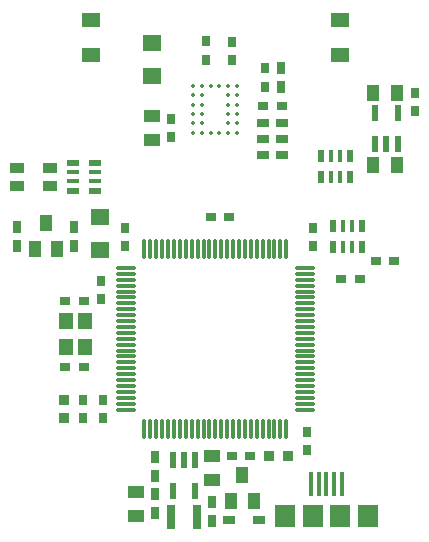
<source format=gtp>
G04*
G04 #@! TF.GenerationSoftware,Altium Limited,Altium Designer,19.1.8 (144)*
G04*
G04 Layer_Color=8421504*
%FSLAX25Y25*%
%MOIN*%
G70*
G01*
G75*
%ADD20R,0.01575X0.07874*%
%ADD21R,0.07087X0.07480*%
%ADD22R,0.03740X0.03543*%
%ADD23R,0.03000X0.03740*%
%ADD24R,0.01575X0.04331*%
%ADD25R,0.01968X0.04331*%
%ADD26R,0.03740X0.03000*%
%ADD27R,0.05315X0.03937*%
%ADD28R,0.03000X0.03937*%
%ADD29R,0.03937X0.05512*%
%ADD30R,0.03937X0.03150*%
%ADD31O,0.01102X0.07087*%
%ADD32O,0.07087X0.01102*%
%ADD33R,0.03937X0.03000*%
%ADD34R,0.03937X0.05315*%
%ADD35R,0.02362X0.05512*%
G04:AMPARAMS|DCode=36|XSize=13.39mil|YSize=13.39mil|CornerRadius=6.7mil|HoleSize=0mil|Usage=FLASHONLY|Rotation=270.000|XOffset=0mil|YOffset=0mil|HoleType=Round|Shape=RoundedRectangle|*
%AMROUNDEDRECTD36*
21,1,0.01339,0.00000,0,0,270.0*
21,1,0.00000,0.01339,0,0,270.0*
1,1,0.01339,0.00000,0.00000*
1,1,0.01339,0.00000,0.00000*
1,1,0.01339,0.00000,0.00000*
1,1,0.01339,0.00000,0.00000*
%
%ADD36ROUNDEDRECTD36*%
%ADD37R,0.06299X0.05512*%
%ADD38R,0.06299X0.04724*%
%ADD39R,0.03150X0.07874*%
%ADD40R,0.03543X0.03740*%
%ADD41R,0.04528X0.05512*%
%ADD42R,0.04331X0.01575*%
%ADD43R,0.04331X0.01968*%
%ADD44R,0.04724X0.03740*%
D20*
X107000Y16110D02*
D03*
X109559D02*
D03*
X112118D02*
D03*
X101882D02*
D03*
X104441D02*
D03*
D21*
X102472Y5579D02*
D03*
X111528D02*
D03*
X120780D02*
D03*
X93221D02*
D03*
D22*
X87949Y25500D02*
D03*
X94051D02*
D03*
D23*
X102500Y101551D02*
D03*
Y95449D02*
D03*
X100500Y27449D02*
D03*
Y33551D02*
D03*
X55300Y131598D02*
D03*
Y137700D02*
D03*
X136500Y146551D02*
D03*
Y140449D02*
D03*
X86500Y154602D02*
D03*
Y148500D02*
D03*
X75500Y163551D02*
D03*
Y157449D02*
D03*
X67000Y163602D02*
D03*
Y157500D02*
D03*
X32500Y37949D02*
D03*
Y44051D02*
D03*
X26000Y37949D02*
D03*
Y44051D02*
D03*
X31800Y83702D02*
D03*
Y77600D02*
D03*
X40000Y101551D02*
D03*
Y95449D02*
D03*
D24*
X112425Y102043D02*
D03*
Y94957D02*
D03*
X115575D02*
D03*
Y102043D02*
D03*
X108425Y125543D02*
D03*
Y118457D02*
D03*
X111575D02*
D03*
Y125543D02*
D03*
D25*
X109276Y94957D02*
D03*
X118724D02*
D03*
Y102043D02*
D03*
X109276D02*
D03*
X105276Y118457D02*
D03*
X114724D02*
D03*
Y125543D02*
D03*
X105276D02*
D03*
D26*
X129551Y90500D02*
D03*
X123449D02*
D03*
X118051Y84500D02*
D03*
X111949D02*
D03*
X75449Y25500D02*
D03*
X81551D02*
D03*
X68449Y105000D02*
D03*
X74551D02*
D03*
X92102Y142000D02*
D03*
X86000D02*
D03*
X26051Y55000D02*
D03*
X19949D02*
D03*
Y77000D02*
D03*
X26051D02*
D03*
D27*
X69000Y17563D02*
D03*
Y25437D02*
D03*
X48800Y138637D02*
D03*
Y130763D02*
D03*
X43500Y13437D02*
D03*
Y5563D02*
D03*
D28*
X50000Y6350D02*
D03*
Y12650D02*
D03*
X92000Y154799D02*
D03*
Y148500D02*
D03*
X69000Y3850D02*
D03*
Y10150D02*
D03*
X50000Y18850D02*
D03*
Y25150D02*
D03*
X22900Y95400D02*
D03*
Y101699D02*
D03*
X4000Y95350D02*
D03*
Y101650D02*
D03*
D29*
X75260Y10366D02*
D03*
X82740D02*
D03*
X79000Y19028D02*
D03*
X9760Y94366D02*
D03*
X17240D02*
D03*
X13500Y103028D02*
D03*
D30*
X74579Y4000D02*
D03*
X84421D02*
D03*
D31*
X46378Y94421D02*
D03*
X48346D02*
D03*
X50315D02*
D03*
X52284D02*
D03*
X54252D02*
D03*
X56221D02*
D03*
X58189D02*
D03*
X60158D02*
D03*
X62126D02*
D03*
X64095D02*
D03*
X66063D02*
D03*
X68032D02*
D03*
X70000D02*
D03*
X71969D02*
D03*
X73937D02*
D03*
X75906D02*
D03*
X77874D02*
D03*
X79843D02*
D03*
X81811D02*
D03*
X83780D02*
D03*
X85748D02*
D03*
X87717D02*
D03*
X89685D02*
D03*
X91654D02*
D03*
X93622D02*
D03*
Y34579D02*
D03*
X91654D02*
D03*
X89685D02*
D03*
X87717D02*
D03*
X85748D02*
D03*
X83780D02*
D03*
X81811D02*
D03*
X79843D02*
D03*
X77874D02*
D03*
X75906D02*
D03*
X73937D02*
D03*
X71969D02*
D03*
X70000D02*
D03*
X68032D02*
D03*
X66063D02*
D03*
X64095D02*
D03*
X62126D02*
D03*
X60158D02*
D03*
X58189D02*
D03*
X56221D02*
D03*
X54252D02*
D03*
X52284D02*
D03*
X50315D02*
D03*
X48346D02*
D03*
X46378D02*
D03*
D32*
X99921Y88122D02*
D03*
Y86154D02*
D03*
Y84185D02*
D03*
Y82217D02*
D03*
Y80248D02*
D03*
Y78280D02*
D03*
Y76311D02*
D03*
Y74343D02*
D03*
Y72374D02*
D03*
Y70406D02*
D03*
Y68437D02*
D03*
Y66469D02*
D03*
Y64500D02*
D03*
Y62532D02*
D03*
Y60563D02*
D03*
Y58595D02*
D03*
Y56626D02*
D03*
Y54658D02*
D03*
Y52689D02*
D03*
Y50721D02*
D03*
Y48752D02*
D03*
Y46784D02*
D03*
Y44815D02*
D03*
Y42847D02*
D03*
Y40878D02*
D03*
X40079D02*
D03*
Y42847D02*
D03*
Y44815D02*
D03*
Y46784D02*
D03*
Y48752D02*
D03*
Y50721D02*
D03*
Y52689D02*
D03*
Y54658D02*
D03*
Y56626D02*
D03*
Y58595D02*
D03*
Y60563D02*
D03*
Y62532D02*
D03*
Y64500D02*
D03*
Y66469D02*
D03*
Y68437D02*
D03*
Y70406D02*
D03*
Y72374D02*
D03*
Y74343D02*
D03*
Y76311D02*
D03*
Y78280D02*
D03*
Y80248D02*
D03*
Y82217D02*
D03*
Y84185D02*
D03*
Y86154D02*
D03*
Y88122D02*
D03*
D33*
X86000Y136500D02*
D03*
X92299D02*
D03*
X86000Y131000D02*
D03*
X92299D02*
D03*
X86000Y125600D02*
D03*
X92299D02*
D03*
D34*
X130437Y122500D02*
D03*
X122563D02*
D03*
X130437Y146500D02*
D03*
X122563D02*
D03*
D35*
X123260Y139618D02*
D03*
X130740D02*
D03*
Y129382D02*
D03*
X127000D02*
D03*
X123260D02*
D03*
X63240Y13882D02*
D03*
X55760D02*
D03*
Y24118D02*
D03*
X59500D02*
D03*
X63240D02*
D03*
D36*
X77283Y148874D02*
D03*
Y145724D02*
D03*
Y142575D02*
D03*
Y139425D02*
D03*
Y136276D02*
D03*
Y133126D02*
D03*
X74331Y148874D02*
D03*
Y145724D02*
D03*
Y142575D02*
D03*
Y139425D02*
D03*
Y136276D02*
D03*
Y133126D02*
D03*
X71378Y148874D02*
D03*
X65472D02*
D03*
X62520D02*
D03*
X68425D02*
D03*
X62520Y145724D02*
D03*
Y142575D02*
D03*
Y139425D02*
D03*
Y136276D02*
D03*
X71378Y133126D02*
D03*
X68425D02*
D03*
X65472D02*
D03*
X62520D02*
D03*
X65472Y145724D02*
D03*
Y142575D02*
D03*
Y139425D02*
D03*
Y136276D02*
D03*
D37*
X49000Y152000D02*
D03*
Y163024D02*
D03*
X31500Y93988D02*
D03*
Y105012D02*
D03*
D38*
X111500Y159095D02*
D03*
Y170905D02*
D03*
X28500Y159095D02*
D03*
Y170905D02*
D03*
D39*
X63937Y5000D02*
D03*
X55063D02*
D03*
D40*
X19500Y37949D02*
D03*
Y44051D02*
D03*
D41*
X20252Y61768D02*
D03*
X26551Y70429D02*
D03*
X20252D02*
D03*
X26551Y61768D02*
D03*
D42*
X29793Y120075D02*
D03*
X22707D02*
D03*
Y116925D02*
D03*
X29793D02*
D03*
D43*
X22707Y123224D02*
D03*
Y113776D02*
D03*
X29793D02*
D03*
Y123224D02*
D03*
D44*
X3988Y115449D02*
D03*
Y121551D02*
D03*
X15012Y115449D02*
D03*
Y121551D02*
D03*
M02*

</source>
